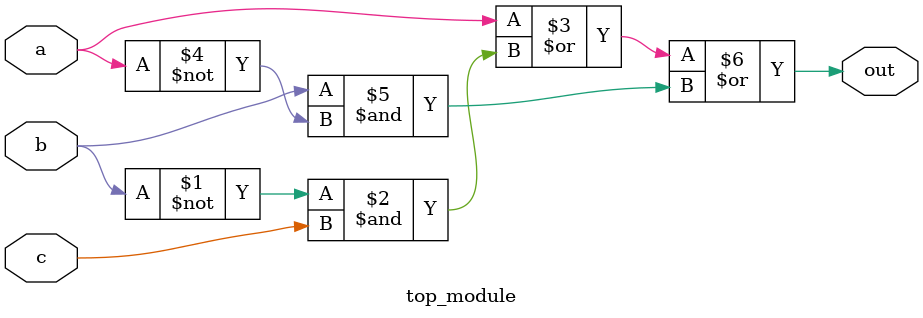
<source format=sv>
module top_module(
	input a, 
	input b,
	input c,
	output out
);

	assign out = a | (~b & c) | (b & ~a);

endmodule

</source>
